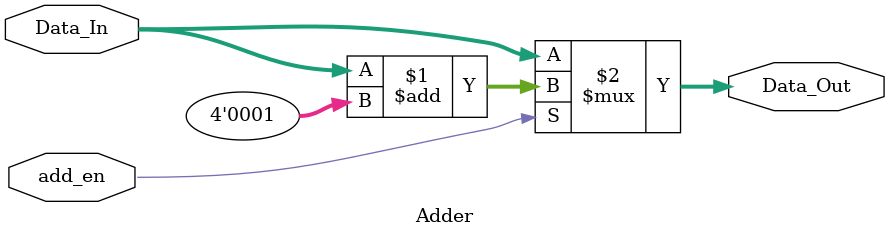
<source format=sv>
module Adder (
					input  logic add_en,
               input  logic [3:0] Data_In,
               output logic [3:0] Data_Out
		);
					
		assign Data_Out = add_en ? Data_In + 4'b1 : Data_In;
		
endmodule 
</source>
